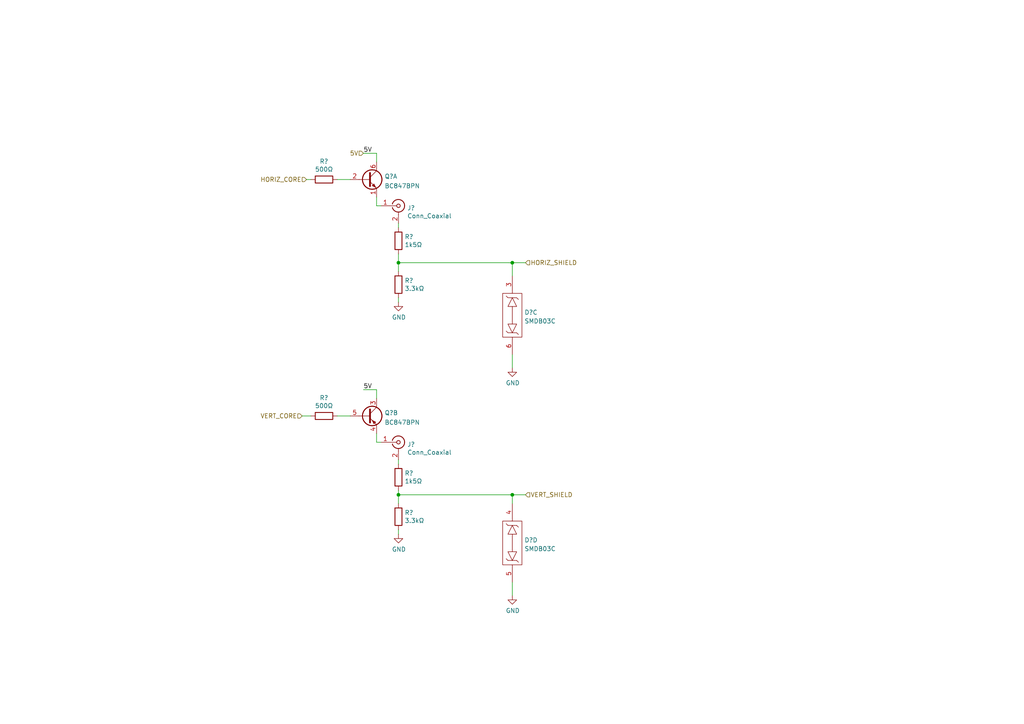
<source format=kicad_sch>
(kicad_sch (version 20211123) (generator eeschema)

  (uuid 2d0d333a-99a0-4575-9433-710c8cc7ac0b)

  (paper "A4")

  (lib_symbols
    (symbol "CoaxTester:SMDB03C" (in_bom yes) (on_board yes)
      (property "Reference" "D" (id 0) (at 3.302 -5.588 0)
        (effects (font (size 1.27 1.27)))
      )
      (property "Value" "SMDB03C" (id 1) (at -3.556 0 90)
        (effects (font (size 1.27 1.27)))
      )
      (property "Footprint" "" (id 2) (at 0 1.27 0)
        (effects (font (size 1.27 1.27)) hide)
      )
      (property "Datasheet" "https://www.smc-diodes.com/propdf/SMDB03C%20THRU%20SMDB24C%20N0426%20REV.A.pdf" (id 3) (at 0 1.27 0)
        (effects (font (size 1.27 1.27)) hide)
      )
      (property "ki_keywords" "Zener" (id 4) (at 0 0 0)
        (effects (font (size 1.27 1.27)) hide)
      )
      (property "ki_description" "TVS Zener Array" (id 5) (at 0 0 0)
        (effects (font (size 1.27 1.27)) hide)
      )
      (symbol "SMDB03C_0_1"
        (rectangle (start -2.794 6.35) (end 2.794 -6.35)
          (stroke (width 0.1524) (type default) (color 0 0 0 0))
          (fill (type none))
        )
        (polyline
          (pts
            (xy -1.27 -5.08)
            (xy -1.778 -4.572)
          )
          (stroke (width 0.1524) (type default) (color 0 0 0 0))
          (fill (type none))
        )
        (polyline
          (pts
            (xy -1.27 -5.08)
            (xy 1.27 -5.08)
          )
          (stroke (width 0.1524) (type default) (color 0 0 0 0))
          (fill (type none))
        )
        (polyline
          (pts
            (xy -1.27 5.08)
            (xy -1.778 5.588)
          )
          (stroke (width 0.1524) (type default) (color 0 0 0 0))
          (fill (type none))
        )
        (polyline
          (pts
            (xy -1.27 5.08)
            (xy 1.27 5.08)
          )
          (stroke (width 0.1524) (type default) (color 0 0 0 0))
          (fill (type none))
        )
        (polyline
          (pts
            (xy 0 2.54)
            (xy 0 -2.54)
          )
          (stroke (width 0.1524) (type default) (color 0 0 0 0))
          (fill (type none))
        )
        (polyline
          (pts
            (xy 1.27 -5.08)
            (xy 1.778 -5.588)
          )
          (stroke (width 0.1524) (type default) (color 0 0 0 0))
          (fill (type none))
        )
        (polyline
          (pts
            (xy 1.27 5.08)
            (xy 1.778 4.572)
          )
          (stroke (width 0.1524) (type default) (color 0 0 0 0))
          (fill (type none))
        )
        (polyline
          (pts
            (xy 0 -5.08)
            (xy -1.27 -2.54)
            (xy 1.27 -2.54)
            (xy 0 -5.08)
          )
          (stroke (width 0.1524) (type default) (color 0 0 0 0))
          (fill (type none))
        )
        (polyline
          (pts
            (xy 0 5.08)
            (xy -1.27 2.54)
            (xy 1.27 2.54)
            (xy 0 5.08)
          )
          (stroke (width 0.1524) (type default) (color 0 0 0 0))
          (fill (type none))
        )
      )
      (symbol "SMDB03C_1_1"
        (pin bidirectional line (at 0 11.43 270) (length 5.08)
          (name "" (effects (font (size 1.27 1.27))))
          (number "1" (effects (font (size 1.27 1.27))))
        )
        (pin bidirectional line (at 0 -11.43 90) (length 5.08)
          (name "" (effects (font (size 1.27 1.27))))
          (number "8" (effects (font (size 1.27 1.27))))
        )
      )
      (symbol "SMDB03C_2_1"
        (pin output line (at 0 11.43 270) (length 5.08)
          (name "" (effects (font (size 1.27 1.27))))
          (number "2" (effects (font (size 1.27 1.27))))
        )
        (pin bidirectional line (at 0 -11.43 90) (length 5.08)
          (name "" (effects (font (size 1.27 1.27))))
          (number "7" (effects (font (size 1.27 1.27))))
        )
      )
      (symbol "SMDB03C_3_1"
        (pin output line (at 0 11.43 270) (length 5.08)
          (name "" (effects (font (size 1.27 1.27))))
          (number "3" (effects (font (size 1.27 1.27))))
        )
        (pin bidirectional line (at 0 -11.43 90) (length 5.08)
          (name "" (effects (font (size 1.27 1.27))))
          (number "6" (effects (font (size 1.27 1.27))))
        )
      )
      (symbol "SMDB03C_4_1"
        (pin output line (at 0 11.43 270) (length 5.08)
          (name "" (effects (font (size 1.27 1.27))))
          (number "4" (effects (font (size 1.27 1.27))))
        )
        (pin bidirectional line (at 0 -11.43 90) (length 5.08)
          (name "" (effects (font (size 1.27 1.27))))
          (number "5" (effects (font (size 1.27 1.27))))
        )
      )
    )
    (symbol "Connector:Conn_Coaxial" (pin_names (offset 1.016) hide) (in_bom yes) (on_board yes)
      (property "Reference" "J" (id 0) (at 0.254 3.048 0)
        (effects (font (size 1.27 1.27)))
      )
      (property "Value" "Conn_Coaxial" (id 1) (at 2.921 0 90)
        (effects (font (size 1.27 1.27)))
      )
      (property "Footprint" "" (id 2) (at 0 0 0)
        (effects (font (size 1.27 1.27)) hide)
      )
      (property "Datasheet" " ~" (id 3) (at 0 0 0)
        (effects (font (size 1.27 1.27)) hide)
      )
      (property "ki_keywords" "BNC SMA SMB SMC LEMO coaxial connector CINCH RCA" (id 4) (at 0 0 0)
        (effects (font (size 1.27 1.27)) hide)
      )
      (property "ki_description" "coaxial connector (BNC, SMA, SMB, SMC, Cinch/RCA, LEMO, ...)" (id 5) (at 0 0 0)
        (effects (font (size 1.27 1.27)) hide)
      )
      (property "ki_fp_filters" "*BNC* *SMA* *SMB* *SMC* *Cinch* *LEMO*" (id 6) (at 0 0 0)
        (effects (font (size 1.27 1.27)) hide)
      )
      (symbol "Conn_Coaxial_0_1"
        (arc (start -1.778 -0.508) (mid 0.222 -1.808) (end 1.778 0)
          (stroke (width 0.254) (type default) (color 0 0 0 0))
          (fill (type none))
        )
        (polyline
          (pts
            (xy -2.54 0)
            (xy -0.508 0)
          )
          (stroke (width 0) (type default) (color 0 0 0 0))
          (fill (type none))
        )
        (polyline
          (pts
            (xy 0 -2.54)
            (xy 0 -1.778)
          )
          (stroke (width 0) (type default) (color 0 0 0 0))
          (fill (type none))
        )
        (circle (center 0 0) (radius 0.508)
          (stroke (width 0.2032) (type default) (color 0 0 0 0))
          (fill (type none))
        )
        (arc (start 1.778 0) (mid 0.222 1.8083) (end -1.778 0.508)
          (stroke (width 0.254) (type default) (color 0 0 0 0))
          (fill (type none))
        )
      )
      (symbol "Conn_Coaxial_1_1"
        (pin passive line (at -5.08 0 0) (length 2.54)
          (name "In" (effects (font (size 1.27 1.27))))
          (number "1" (effects (font (size 1.27 1.27))))
        )
        (pin passive line (at 0 -5.08 90) (length 2.54)
          (name "Ext" (effects (font (size 1.27 1.27))))
          (number "2" (effects (font (size 1.27 1.27))))
        )
      )
    )
    (symbol "Device:R" (pin_numbers hide) (pin_names (offset 0)) (in_bom yes) (on_board yes)
      (property "Reference" "R" (id 0) (at 2.032 0 90)
        (effects (font (size 1.27 1.27)))
      )
      (property "Value" "R" (id 1) (at 0 0 90)
        (effects (font (size 1.27 1.27)))
      )
      (property "Footprint" "" (id 2) (at -1.778 0 90)
        (effects (font (size 1.27 1.27)) hide)
      )
      (property "Datasheet" "~" (id 3) (at 0 0 0)
        (effects (font (size 1.27 1.27)) hide)
      )
      (property "ki_keywords" "R res resistor" (id 4) (at 0 0 0)
        (effects (font (size 1.27 1.27)) hide)
      )
      (property "ki_description" "Resistor" (id 5) (at 0 0 0)
        (effects (font (size 1.27 1.27)) hide)
      )
      (property "ki_fp_filters" "R_*" (id 6) (at 0 0 0)
        (effects (font (size 1.27 1.27)) hide)
      )
      (symbol "R_0_1"
        (rectangle (start -1.016 -2.54) (end 1.016 2.54)
          (stroke (width 0.254) (type default) (color 0 0 0 0))
          (fill (type none))
        )
      )
      (symbol "R_1_1"
        (pin passive line (at 0 3.81 270) (length 1.27)
          (name "~" (effects (font (size 1.27 1.27))))
          (number "1" (effects (font (size 1.27 1.27))))
        )
        (pin passive line (at 0 -3.81 90) (length 1.27)
          (name "~" (effects (font (size 1.27 1.27))))
          (number "2" (effects (font (size 1.27 1.27))))
        )
      )
    )
    (symbol "Transistor_BJT:BC847BPN" (pin_names (offset 0) hide) (in_bom yes) (on_board yes)
      (property "Reference" "Q" (id 0) (at 5.08 1.27 0)
        (effects (font (size 1.27 1.27)) (justify left))
      )
      (property "Value" "BC847BPN" (id 1) (at 5.08 -1.27 0)
        (effects (font (size 1.27 1.27)) (justify left))
      )
      (property "Footprint" "Package_TO_SOT_SMD:SOT-363_SC-70-6" (id 2) (at 5.08 2.54 0)
        (effects (font (size 1.27 1.27)) hide)
      )
      (property "Datasheet" "https://assets.nexperia.com/documents/data-sheet/BC847BPN.pdf" (id 3) (at 0 0 0)
        (effects (font (size 1.27 1.27)) hide)
      )
      (property "ki_locked" "" (id 4) (at 0 0 0)
        (effects (font (size 1.27 1.27)))
      )
      (property "ki_keywords" "NPN/PNP Transistor" (id 5) (at 0 0 0)
        (effects (font (size 1.27 1.27)) hide)
      )
      (property "ki_description" "100mA IC, 45V Vce, Dual NPN/PNP Transistors, SOT-363" (id 6) (at 0 0 0)
        (effects (font (size 1.27 1.27)) hide)
      )
      (property "ki_fp_filters" "SOT?363*" (id 7) (at 0 0 0)
        (effects (font (size 1.27 1.27)) hide)
      )
      (symbol "BC847BPN_0_1"
        (polyline
          (pts
            (xy 0.635 0)
            (xy -2.54 0)
          )
          (stroke (width 0) (type default) (color 0 0 0 0))
          (fill (type none))
        )
        (circle (center 1.27 0) (radius 2.8194)
          (stroke (width 0.254) (type default) (color 0 0 0 0))
          (fill (type none))
        )
        (circle (center 1.27 0) (radius 2.8194)
          (stroke (width 0.254) (type default) (color 0 0 0 0))
          (fill (type none))
        )
      )
      (symbol "BC847BPN_1_1"
        (polyline
          (pts
            (xy 0.635 0.635)
            (xy 2.54 2.54)
          )
          (stroke (width 0) (type default) (color 0 0 0 0))
          (fill (type none))
        )
        (polyline
          (pts
            (xy 0.635 -0.635)
            (xy 2.54 -2.54)
            (xy 2.54 -2.54)
          )
          (stroke (width 0) (type default) (color 0 0 0 0))
          (fill (type none))
        )
        (polyline
          (pts
            (xy 0.635 1.905)
            (xy 0.635 -1.905)
            (xy 0.635 -1.905)
          )
          (stroke (width 0.508) (type default) (color 0 0 0 0))
          (fill (type none))
        )
        (polyline
          (pts
            (xy 1.27 -1.778)
            (xy 1.778 -1.27)
            (xy 2.286 -2.286)
            (xy 1.27 -1.778)
            (xy 1.27 -1.778)
          )
          (stroke (width 0) (type default) (color 0 0 0 0))
          (fill (type outline))
        )
        (pin passive line (at 2.54 -5.08 90) (length 2.54)
          (name "E1" (effects (font (size 1.27 1.27))))
          (number "1" (effects (font (size 1.27 1.27))))
        )
        (pin input line (at -5.08 0 0) (length 2.54)
          (name "B1" (effects (font (size 1.27 1.27))))
          (number "2" (effects (font (size 1.27 1.27))))
        )
        (pin passive line (at 2.54 5.08 270) (length 2.54)
          (name "C1" (effects (font (size 1.27 1.27))))
          (number "6" (effects (font (size 1.27 1.27))))
        )
      )
      (symbol "BC847BPN_2_1"
        (polyline
          (pts
            (xy 0.635 0.635)
            (xy 2.54 2.54)
          )
          (stroke (width 0) (type default) (color 0 0 0 0))
          (fill (type none))
        )
        (polyline
          (pts
            (xy 0.635 -0.635)
            (xy 2.54 -2.54)
            (xy 2.54 -2.54)
          )
          (stroke (width 0) (type default) (color 0 0 0 0))
          (fill (type none))
        )
        (polyline
          (pts
            (xy 0.635 1.905)
            (xy 0.635 -1.905)
            (xy 0.635 -1.905)
          )
          (stroke (width 0.508) (type default) (color 0 0 0 0))
          (fill (type none))
        )
        (polyline
          (pts
            (xy 2.286 -1.778)
            (xy 1.778 -2.286)
            (xy 1.27 -1.27)
            (xy 2.286 -1.778)
            (xy 2.286 -1.778)
          )
          (stroke (width 0) (type default) (color 0 0 0 0))
          (fill (type outline))
        )
        (pin passive line (at 2.54 5.08 270) (length 2.54)
          (name "C2" (effects (font (size 1.27 1.27))))
          (number "3" (effects (font (size 1.27 1.27))))
        )
        (pin passive line (at 2.54 -5.08 90) (length 2.54)
          (name "E2" (effects (font (size 1.27 1.27))))
          (number "4" (effects (font (size 1.27 1.27))))
        )
        (pin input line (at -5.08 0 0) (length 2.54)
          (name "B2" (effects (font (size 1.27 1.27))))
          (number "5" (effects (font (size 1.27 1.27))))
        )
      )
    )
    (symbol "power:GND" (power) (pin_names (offset 0)) (in_bom yes) (on_board yes)
      (property "Reference" "#PWR" (id 0) (at 0 -6.35 0)
        (effects (font (size 1.27 1.27)) hide)
      )
      (property "Value" "GND" (id 1) (at 0 -3.81 0)
        (effects (font (size 1.27 1.27)))
      )
      (property "Footprint" "" (id 2) (at 0 0 0)
        (effects (font (size 1.27 1.27)) hide)
      )
      (property "Datasheet" "" (id 3) (at 0 0 0)
        (effects (font (size 1.27 1.27)) hide)
      )
      (property "ki_keywords" "power-flag" (id 4) (at 0 0 0)
        (effects (font (size 1.27 1.27)) hide)
      )
      (property "ki_description" "Power symbol creates a global label with name \"GND\" , ground" (id 5) (at 0 0 0)
        (effects (font (size 1.27 1.27)) hide)
      )
      (symbol "GND_0_1"
        (polyline
          (pts
            (xy 0 0)
            (xy 0 -1.27)
            (xy 1.27 -1.27)
            (xy 0 -2.54)
            (xy -1.27 -1.27)
            (xy 0 -1.27)
          )
          (stroke (width 0) (type default) (color 0 0 0 0))
          (fill (type none))
        )
      )
      (symbol "GND_1_1"
        (pin power_in line (at 0 0 270) (length 0) hide
          (name "GND" (effects (font (size 1.27 1.27))))
          (number "1" (effects (font (size 1.27 1.27))))
        )
      )
    )
  )

  (junction (at 115.57 76.2) (diameter 0) (color 0 0 0 0)
    (uuid 042fe62b-53aa-4e86-97d0-9ccb1e16a895)
  )
  (junction (at 148.59 76.2) (diameter 0) (color 0 0 0 0)
    (uuid 4b37a452-f297-4b87-82df-f9c05b97662a)
  )
  (junction (at 148.59 143.51) (diameter 0) (color 0 0 0 0)
    (uuid bfd62a6b-4ece-4d13-8861-efa327893d14)
  )
  (junction (at 115.57 143.51) (diameter 0) (color 0 0 0 0)
    (uuid c10ace36-a93c-4c08-ac75-059ef9e1f71c)
  )

  (wire (pts (xy 115.57 73.66) (xy 115.57 76.2))
    (stroke (width 0) (type default) (color 0 0 0 0))
    (uuid 1765d6b9-ca0e-49c2-8c3c-8ab35eb3909b)
  )
  (wire (pts (xy 115.57 143.51) (xy 148.59 143.51))
    (stroke (width 0) (type default) (color 0 0 0 0))
    (uuid 1a813eeb-ee58-4579-81e1-3f9a7227213c)
  )
  (wire (pts (xy 109.22 128.27) (xy 110.49 128.27))
    (stroke (width 0) (type default) (color 0 0 0 0))
    (uuid 1b5a32e4-0b8e-4f38-b679-71dc277c2087)
  )
  (wire (pts (xy 109.22 46.99) (xy 109.22 44.45))
    (stroke (width 0) (type default) (color 0 0 0 0))
    (uuid 2d16cb66-2809-411d-912c-d3db0f48bd04)
  )
  (wire (pts (xy 115.57 76.2) (xy 148.59 76.2))
    (stroke (width 0) (type default) (color 0 0 0 0))
    (uuid 2d4d8c24-5b38-445b-8733-2a81ba21d33e)
  )
  (wire (pts (xy 115.57 76.2) (xy 115.57 78.74))
    (stroke (width 0) (type default) (color 0 0 0 0))
    (uuid 2e6b1f7e-e4c3-43a1-ae90-c85aa40696d5)
  )
  (wire (pts (xy 115.57 64.77) (xy 115.57 66.04))
    (stroke (width 0) (type default) (color 0 0 0 0))
    (uuid 36696ac6-2db1-4b52-ae3d-9f3c89d2042f)
  )
  (wire (pts (xy 148.59 76.2) (xy 148.59 80.01))
    (stroke (width 0) (type default) (color 0 0 0 0))
    (uuid 55abef70-72b4-4f46-9086-541f2a908f60)
  )
  (wire (pts (xy 115.57 133.35) (xy 115.57 134.62))
    (stroke (width 0) (type default) (color 0 0 0 0))
    (uuid 5dbda758-e74b-4ccf-ad68-495d537d68ba)
  )
  (wire (pts (xy 109.22 44.45) (xy 105.41 44.45))
    (stroke (width 0) (type default) (color 0 0 0 0))
    (uuid 5fe7a4eb-9f04-4df6-a1fa-36c071e280d7)
  )
  (wire (pts (xy 97.79 120.65) (xy 101.6 120.65))
    (stroke (width 0) (type default) (color 0 0 0 0))
    (uuid 621c8eb9-ae87-439a-b350-badb5d559a5a)
  )
  (wire (pts (xy 115.57 153.67) (xy 115.57 154.94))
    (stroke (width 0) (type default) (color 0 0 0 0))
    (uuid 680c3e83-f590-4924-85a1-36d51b076683)
  )
  (wire (pts (xy 109.22 59.69) (xy 110.49 59.69))
    (stroke (width 0) (type default) (color 0 0 0 0))
    (uuid 6aa022fb-09ce-49d9-86b1-c73b3ee817e2)
  )
  (wire (pts (xy 87.63 120.65) (xy 90.17 120.65))
    (stroke (width 0) (type default) (color 0 0 0 0))
    (uuid 72cc7949-68f8-4ef8-adcb-a65c1d042672)
  )
  (wire (pts (xy 148.59 168.91) (xy 148.59 172.72))
    (stroke (width 0) (type default) (color 0 0 0 0))
    (uuid 75bc7635-932a-4e21-86f6-21d57432b337)
  )
  (wire (pts (xy 97.79 52.07) (xy 101.6 52.07))
    (stroke (width 0) (type default) (color 0 0 0 0))
    (uuid 7806469b-c133-4e19-b2d5-f2b690b4b2f3)
  )
  (wire (pts (xy 109.22 57.15) (xy 109.22 59.69))
    (stroke (width 0) (type default) (color 0 0 0 0))
    (uuid 7e498af5-a41b-4f8f-8a13-10c00a9160aa)
  )
  (wire (pts (xy 88.9 52.07) (xy 90.17 52.07))
    (stroke (width 0) (type default) (color 0 0 0 0))
    (uuid 90fa0465-7fe5-474b-8e7c-9f955c02a0f6)
  )
  (wire (pts (xy 115.57 142.24) (xy 115.57 143.51))
    (stroke (width 0) (type default) (color 0 0 0 0))
    (uuid 9666bb6a-0c1d-4c92-be6d-94a465ec5c51)
  )
  (wire (pts (xy 109.22 115.57) (xy 109.22 113.03))
    (stroke (width 0) (type default) (color 0 0 0 0))
    (uuid b2001159-b6cb-4000-85f5-34f6c410920f)
  )
  (wire (pts (xy 148.59 143.51) (xy 152.4 143.51))
    (stroke (width 0) (type default) (color 0 0 0 0))
    (uuid b612375a-ecc4-40d8-bd8c-6db0dc738842)
  )
  (wire (pts (xy 115.57 143.51) (xy 115.57 146.05))
    (stroke (width 0) (type default) (color 0 0 0 0))
    (uuid b853d9ac-7829-468f-99ac-dc9996502e94)
  )
  (wire (pts (xy 148.59 143.51) (xy 148.59 146.05))
    (stroke (width 0) (type default) (color 0 0 0 0))
    (uuid bfdc1a46-2bce-4921-929c-806142d7fb3c)
  )
  (wire (pts (xy 148.59 76.2) (xy 152.4 76.2))
    (stroke (width 0) (type default) (color 0 0 0 0))
    (uuid e0e7e47c-e3ee-42b7-95a6-6e833958ffdf)
  )
  (wire (pts (xy 115.57 86.36) (xy 115.57 87.63))
    (stroke (width 0) (type default) (color 0 0 0 0))
    (uuid eb1b2aa2-a3cc-4a96-87ec-70fcae365f0f)
  )
  (wire (pts (xy 109.22 125.73) (xy 109.22 128.27))
    (stroke (width 0) (type default) (color 0 0 0 0))
    (uuid eb7e294c-b398-413b-8b78-85a66ed5f3ea)
  )
  (wire (pts (xy 148.59 102.87) (xy 148.59 106.68))
    (stroke (width 0) (type default) (color 0 0 0 0))
    (uuid f7dd52d2-403d-4594-87b3-1331273f1a38)
  )
  (wire (pts (xy 109.22 113.03) (xy 105.41 113.03))
    (stroke (width 0) (type default) (color 0 0 0 0))
    (uuid fb191df4-267d-4797-80dd-be346b8eeb99)
  )

  (label "5V" (at 105.41 44.45 0)
    (effects (font (size 1.27 1.27)) (justify left bottom))
    (uuid a6891c49-3648-41ce-811e-fccb4c4653af)
  )
  (label "5V" (at 105.41 113.03 0)
    (effects (font (size 1.27 1.27)) (justify left bottom))
    (uuid fab1abc4-c49d-4b88-8c7f-939d7feb7b6c)
  )

  (hierarchical_label "HORIZ_CORE" (shape input) (at 88.9 52.07 180)
    (effects (font (size 1.27 1.27)) (justify right))
    (uuid 2151a218-87ec-4d43-b5fa-736242c52602)
  )
  (hierarchical_label "VERT_SHIELD" (shape input) (at 152.4 143.51 0)
    (effects (font (size 1.27 1.27)) (justify left))
    (uuid 494d4ce3-60c4-4021-8bd1-ab41a12b14ed)
  )
  (hierarchical_label "HORIZ_SHIELD" (shape input) (at 152.4 76.2 0)
    (effects (font (size 1.27 1.27)) (justify left))
    (uuid 4c8704fa-310a-4c01-8dc1-2b7e2727fea0)
  )
  (hierarchical_label "VERT_CORE" (shape input) (at 87.63 120.65 180)
    (effects (font (size 1.27 1.27)) (justify right))
    (uuid 84febc35-87fd-4cad-8e04-2b66390cfc12)
  )
  (hierarchical_label "5V" (shape input) (at 105.41 44.45 180)
    (effects (font (size 1.27 1.27)) (justify right))
    (uuid a6dc1180-19c4-432b-af49-fc9179bb4519)
  )

  (symbol (lib_id "Connector:Conn_Coaxial") (at 115.57 59.69 0) (unit 1)
    (in_bom yes) (on_board yes)
    (uuid 00000000-0000-0000-0000-000061b48171)
    (property "Reference" "J?" (id 0) (at 118.11 60.325 0)
      (effects (font (size 1.27 1.27)) (justify left))
    )
    (property "Value" "Conn_Coaxial" (id 1) (at 118.11 62.6364 0)
      (effects (font (size 1.27 1.27)) (justify left))
    )
    (property "Footprint" "CoaxTester:FB_EPG" (id 2) (at 115.57 59.69 0)
      (effects (font (size 1.27 1.27)) hide)
    )
    (property "Datasheet" " ~" (id 3) (at 115.57 59.69 0)
      (effects (font (size 1.27 1.27)) hide)
    )
    (pin "1" (uuid cbae4d14-d834-47a7-bed7-20ab949d4aab))
    (pin "2" (uuid dbd110d1-7ab4-495e-9fcb-25106c55fad1))
  )

  (symbol (lib_id "Connector:Conn_Coaxial") (at 115.57 128.27 0) (unit 1)
    (in_bom yes) (on_board yes)
    (uuid 00000000-0000-0000-0000-000061b55f82)
    (property "Reference" "J?" (id 0) (at 118.11 128.905 0)
      (effects (font (size 1.27 1.27)) (justify left))
    )
    (property "Value" "Conn_Coaxial" (id 1) (at 118.11 131.2164 0)
      (effects (font (size 1.27 1.27)) (justify left))
    )
    (property "Footprint" "CoaxTester:FB_EPG" (id 2) (at 115.57 128.27 0)
      (effects (font (size 1.27 1.27)) hide)
    )
    (property "Datasheet" " ~" (id 3) (at 115.57 128.27 0)
      (effects (font (size 1.27 1.27)) hide)
    )
    (pin "1" (uuid a0fb7c9b-cdfa-4fd7-bb35-1272737167a0))
    (pin "2" (uuid 477843b3-9b7e-4b7d-a8ba-fe845606d0bb))
  )

  (symbol (lib_id "Device:R") (at 93.98 120.65 270) (unit 1)
    (in_bom yes) (on_board yes)
    (uuid 00000000-0000-0000-0000-000061b55f88)
    (property "Reference" "R?" (id 0) (at 93.98 115.3922 90))
    (property "Value" "500Ω" (id 1) (at 93.98 117.7036 90))
    (property "Footprint" "Resistor_SMD:R_0805_2012Metric" (id 2) (at 93.98 118.872 90)
      (effects (font (size 1.27 1.27)) hide)
    )
    (property "Datasheet" "~" (id 3) (at 93.98 120.65 0)
      (effects (font (size 1.27 1.27)) hide)
    )
    (pin "1" (uuid 9853b0a3-caa6-4b1b-bd96-a403a6b53977))
    (pin "2" (uuid 1c13e4ba-08a7-44aa-9653-7caf65f28337))
  )

  (symbol (lib_id "Device:R") (at 115.57 69.85 0) (unit 1)
    (in_bom yes) (on_board yes)
    (uuid 00000000-0000-0000-0000-000061b74b27)
    (property "Reference" "R?" (id 0) (at 117.348 68.6816 0)
      (effects (font (size 1.27 1.27)) (justify left))
    )
    (property "Value" "1k5Ω" (id 1) (at 117.348 70.993 0)
      (effects (font (size 1.27 1.27)) (justify left))
    )
    (property "Footprint" "Resistor_SMD:R_0805_2012Metric" (id 2) (at 113.792 69.85 90)
      (effects (font (size 1.27 1.27)) hide)
    )
    (property "Datasheet" "~" (id 3) (at 115.57 69.85 0)
      (effects (font (size 1.27 1.27)) hide)
    )
    (pin "1" (uuid 4d05752c-1d1a-41eb-ab5f-e717fb25e149))
    (pin "2" (uuid a8a6b2dd-25b9-4541-b078-1817b5cba7ec))
  )

  (symbol (lib_id "power:GND") (at 115.57 87.63 0) (unit 1)
    (in_bom yes) (on_board yes)
    (uuid 00000000-0000-0000-0000-000061b74b2e)
    (property "Reference" "#PWR?" (id 0) (at 115.57 93.98 0)
      (effects (font (size 1.27 1.27)) hide)
    )
    (property "Value" "GND" (id 1) (at 115.697 92.0242 0))
    (property "Footprint" "" (id 2) (at 115.57 87.63 0)
      (effects (font (size 1.27 1.27)) hide)
    )
    (property "Datasheet" "" (id 3) (at 115.57 87.63 0)
      (effects (font (size 1.27 1.27)) hide)
    )
    (pin "1" (uuid 42443265-bccd-4c36-b24c-f5c2daf6f20e))
  )

  (symbol (lib_id "Device:R") (at 115.57 82.55 0) (unit 1)
    (in_bom yes) (on_board yes)
    (uuid 00000000-0000-0000-0000-000061b74b34)
    (property "Reference" "R?" (id 0) (at 117.348 81.3816 0)
      (effects (font (size 1.27 1.27)) (justify left))
    )
    (property "Value" "3.3kΩ" (id 1) (at 117.348 83.693 0)
      (effects (font (size 1.27 1.27)) (justify left))
    )
    (property "Footprint" "Resistor_SMD:R_0805_2012Metric" (id 2) (at 113.792 82.55 90)
      (effects (font (size 1.27 1.27)) hide)
    )
    (property "Datasheet" "~" (id 3) (at 115.57 82.55 0)
      (effects (font (size 1.27 1.27)) hide)
    )
    (pin "1" (uuid ea4ce892-47ce-46a3-8865-e361396990b3))
    (pin "2" (uuid 2d708ecb-c02b-40e0-ba1e-1d477bc175e9))
  )

  (symbol (lib_id "Device:R") (at 115.57 138.43 0) (unit 1)
    (in_bom yes) (on_board yes)
    (uuid 00000000-0000-0000-0000-000061b7992b)
    (property "Reference" "R?" (id 0) (at 117.348 137.2616 0)
      (effects (font (size 1.27 1.27)) (justify left))
    )
    (property "Value" "1k5Ω" (id 1) (at 117.348 139.573 0)
      (effects (font (size 1.27 1.27)) (justify left))
    )
    (property "Footprint" "Resistor_SMD:R_0805_2012Metric" (id 2) (at 113.792 138.43 90)
      (effects (font (size 1.27 1.27)) hide)
    )
    (property "Datasheet" "~" (id 3) (at 115.57 138.43 0)
      (effects (font (size 1.27 1.27)) hide)
    )
    (pin "1" (uuid a5335946-94ad-4c94-9677-0434d0aaa50e))
    (pin "2" (uuid 7e1894aa-524b-4928-89f3-33a9f1b06a34))
  )

  (symbol (lib_id "power:GND") (at 115.57 154.94 0) (unit 1)
    (in_bom yes) (on_board yes)
    (uuid 00000000-0000-0000-0000-000061b79932)
    (property "Reference" "#PWR?" (id 0) (at 115.57 161.29 0)
      (effects (font (size 1.27 1.27)) hide)
    )
    (property "Value" "GND" (id 1) (at 115.697 159.3342 0))
    (property "Footprint" "" (id 2) (at 115.57 154.94 0)
      (effects (font (size 1.27 1.27)) hide)
    )
    (property "Datasheet" "" (id 3) (at 115.57 154.94 0)
      (effects (font (size 1.27 1.27)) hide)
    )
    (pin "1" (uuid 20d5e34f-e481-4d1f-9156-52b7552f6e8f))
  )

  (symbol (lib_id "Device:R") (at 115.57 149.86 0) (unit 1)
    (in_bom yes) (on_board yes)
    (uuid 00000000-0000-0000-0000-000061b79938)
    (property "Reference" "R?" (id 0) (at 117.348 148.6916 0)
      (effects (font (size 1.27 1.27)) (justify left))
    )
    (property "Value" "3.3kΩ" (id 1) (at 117.348 151.003 0)
      (effects (font (size 1.27 1.27)) (justify left))
    )
    (property "Footprint" "Resistor_SMD:R_0805_2012Metric" (id 2) (at 113.792 149.86 90)
      (effects (font (size 1.27 1.27)) hide)
    )
    (property "Datasheet" "~" (id 3) (at 115.57 149.86 0)
      (effects (font (size 1.27 1.27)) hide)
    )
    (pin "1" (uuid fe7465f0-843e-45ba-871d-30c19ca30685))
    (pin "2" (uuid fbfde4f4-f4b4-4390-b94e-b8765eb43ac8))
  )

  (symbol (lib_id "Device:R") (at 93.98 52.07 270) (unit 1)
    (in_bom yes) (on_board yes)
    (uuid 00000000-0000-0000-0000-000061b88033)
    (property "Reference" "R?" (id 0) (at 93.98 46.8122 90))
    (property "Value" "500Ω" (id 1) (at 93.98 49.1236 90))
    (property "Footprint" "Resistor_SMD:R_0805_2012Metric" (id 2) (at 93.98 50.292 90)
      (effects (font (size 1.27 1.27)) hide)
    )
    (property "Datasheet" "~" (id 3) (at 93.98 52.07 0)
      (effects (font (size 1.27 1.27)) hide)
    )
    (pin "1" (uuid 09ae1791-8932-473e-963b-61c6ebed9dc6))
    (pin "2" (uuid 4c11aa4a-785c-45e8-a12d-5e7b0a1c78d7))
  )

  (symbol (lib_id "Transistor_BJT:BC847BPN") (at 106.68 52.07 0) (unit 1)
    (in_bom yes) (on_board yes) (fields_autoplaced)
    (uuid 2115bce5-b635-450f-85cd-d6c7ceef7506)
    (property "Reference" "Q?" (id 0) (at 111.5314 51.1615 0)
      (effects (font (size 1.27 1.27)) (justify left))
    )
    (property "Value" "BC847BPN" (id 1) (at 111.5314 53.9366 0)
      (effects (font (size 1.27 1.27)) (justify left))
    )
    (property "Footprint" "Package_TO_SOT_SMD:SOT-363_SC-70-6" (id 2) (at 111.76 49.53 0)
      (effects (font (size 1.27 1.27)) hide)
    )
    (property "Datasheet" "https://assets.nexperia.com/documents/data-sheet/BC847BPN.pdf" (id 3) (at 106.68 52.07 0)
      (effects (font (size 1.27 1.27)) hide)
    )
    (pin "1" (uuid d41bb0e8-c152-4c5a-a243-db5a84db14ad))
    (pin "2" (uuid b2215bf6-17fa-4ac4-a939-088f0fe29247))
    (pin "6" (uuid 41dfb0e8-c668-4288-b549-95d038dba148))
  )

  (symbol (lib_id "CoaxTester:SMDB03C") (at 148.59 157.48 0) (unit 4)
    (in_bom yes) (on_board yes) (fields_autoplaced)
    (uuid 53e5c5f5-c090-45d4-99c6-821d1803e2e4)
    (property "Reference" "D?" (id 0) (at 152.0952 156.6453 0)
      (effects (font (size 1.27 1.27)) (justify left))
    )
    (property "Value" "SMDB03C" (id 1) (at 152.0952 159.1822 0)
      (effects (font (size 1.27 1.27)) (justify left))
    )
    (property "Footprint" "Package_SO:SO-8_3.9x4.9mm_P1.27mm" (id 2) (at 148.59 156.21 0)
      (effects (font (size 1.27 1.27)) hide)
    )
    (property "Datasheet" "https://www.smc-diodes.com/propdf/SMDB03C%20THRU%20SMDB24C%20N0426%20REV.A.pdf" (id 3) (at 148.59 156.21 0)
      (effects (font (size 1.27 1.27)) hide)
    )
    (pin "4" (uuid 2171ab49-f658-41a1-9f15-6c34e639a683))
    (pin "5" (uuid ac1e0758-67fc-40ac-a8cf-76ab292eb44c))
  )

  (symbol (lib_id "Transistor_BJT:BC847BPN") (at 106.68 120.65 0) (unit 2)
    (in_bom yes) (on_board yes) (fields_autoplaced)
    (uuid 6c83d8b4-f6df-4eb4-a97e-f267d2f68c82)
    (property "Reference" "Q?" (id 0) (at 111.5314 119.7415 0)
      (effects (font (size 1.27 1.27)) (justify left))
    )
    (property "Value" "BC847BPN" (id 1) (at 111.5314 122.5166 0)
      (effects (font (size 1.27 1.27)) (justify left))
    )
    (property "Footprint" "Package_TO_SOT_SMD:SOT-363_SC-70-6" (id 2) (at 111.76 118.11 0)
      (effects (font (size 1.27 1.27)) hide)
    )
    (property "Datasheet" "https://assets.nexperia.com/documents/data-sheet/BC847BPN.pdf" (id 3) (at 106.68 120.65 0)
      (effects (font (size 1.27 1.27)) hide)
    )
    (pin "3" (uuid 3e4cfa57-d2dd-4a3b-b86b-1d6a113a7f39))
    (pin "4" (uuid e9e3ce6c-17f7-4fee-b4ca-218fac63a4dd))
    (pin "5" (uuid 95feb384-bd35-4714-aa3d-b7726204d6e9))
  )

  (symbol (lib_id "CoaxTester:SMDB03C") (at 148.59 91.44 0) (unit 3)
    (in_bom yes) (on_board yes) (fields_autoplaced)
    (uuid 92b39ff3-8845-461e-818d-9879615c6186)
    (property "Reference" "D?" (id 0) (at 152.0952 90.6053 0)
      (effects (font (size 1.27 1.27)) (justify left))
    )
    (property "Value" "SMDB03C" (id 1) (at 152.0952 93.1422 0)
      (effects (font (size 1.27 1.27)) (justify left))
    )
    (property "Footprint" "Package_SO:SO-8_3.9x4.9mm_P1.27mm" (id 2) (at 148.59 90.17 0)
      (effects (font (size 1.27 1.27)) hide)
    )
    (property "Datasheet" "https://www.smc-diodes.com/propdf/SMDB03C%20THRU%20SMDB24C%20N0426%20REV.A.pdf" (id 3) (at 148.59 90.17 0)
      (effects (font (size 1.27 1.27)) hide)
    )
    (pin "3" (uuid 6a79210e-87bd-4a91-898e-df1cdc065e80))
    (pin "6" (uuid 43494317-0669-4704-bdab-2be30ef9e885))
  )

  (symbol (lib_id "power:GND") (at 148.59 106.68 0) (unit 1)
    (in_bom yes) (on_board yes)
    (uuid 9eea7bf9-cd7f-445e-b305-a2c026006a8b)
    (property "Reference" "#PWR?" (id 0) (at 148.59 113.03 0)
      (effects (font (size 1.27 1.27)) hide)
    )
    (property "Value" "GND" (id 1) (at 148.717 111.0742 0))
    (property "Footprint" "" (id 2) (at 148.59 106.68 0)
      (effects (font (size 1.27 1.27)) hide)
    )
    (property "Datasheet" "" (id 3) (at 148.59 106.68 0)
      (effects (font (size 1.27 1.27)) hide)
    )
    (pin "1" (uuid 18b184df-9c9e-4842-a538-f0ce48a549d0))
  )

  (symbol (lib_id "power:GND") (at 148.59 172.72 0) (unit 1)
    (in_bom yes) (on_board yes)
    (uuid dfcf2473-c682-4387-9731-ab3c9bdebf42)
    (property "Reference" "#PWR?" (id 0) (at 148.59 179.07 0)
      (effects (font (size 1.27 1.27)) hide)
    )
    (property "Value" "GND" (id 1) (at 148.717 177.1142 0))
    (property "Footprint" "" (id 2) (at 148.59 172.72 0)
      (effects (font (size 1.27 1.27)) hide)
    )
    (property "Datasheet" "" (id 3) (at 148.59 172.72 0)
      (effects (font (size 1.27 1.27)) hide)
    )
    (pin "1" (uuid 10e663e0-c484-434e-955b-666a4f5c9440))
  )
)

</source>
